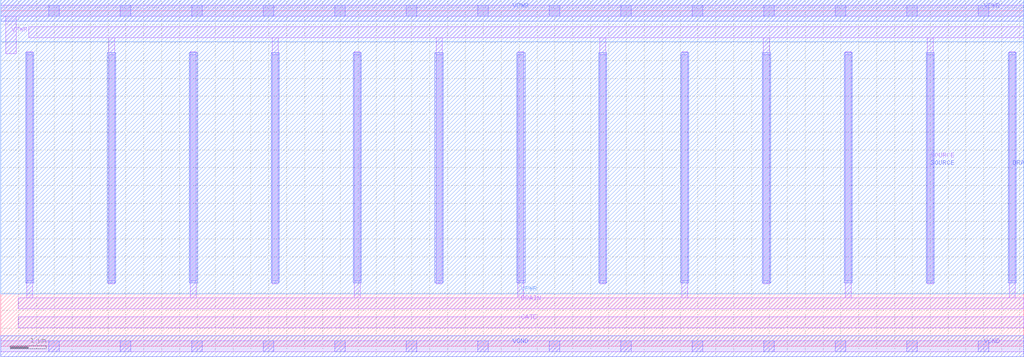
<source format=lef>
VERSION 5.7 ;
  NOWIREEXTENSIONATPIN ON ;
  DIVIDERCHAR "/" ;
  BUSBITCHARS "[]" ;
MACRO sky130_asc_pfet_01v8_lvt_12
  CLASS CORE ;
  FOREIGN sky130_asc_pfet_01v8_lvt_12 ;
  ORIGIN 0.000 0.000 ;
  SIZE 28.615 BY 9.400 ;
  SITE unitasc ;
  PIN GATE
    DIRECTION INOUT ;
    USE SIGNAL ;
    ANTENNAGATEAREA 154.800003 ;
    PORT
      LAYER li1 ;
        RECT 0.490 0.520 28.610 0.820 ;
    END
  END GATE
  PIN SOURCE
    DIRECTION INOUT ;
    USE SIGNAL ;
    ANTENNADIFFAREA 11.223000 ;
    PORT
      LAYER li1 ;
        RECT 0.790 8.650 28.610 8.950 ;
        RECT 3.015 1.755 3.185 8.650 ;
        RECT 7.595 1.755 7.765 8.650 ;
        RECT 12.175 1.755 12.345 8.650 ;
        RECT 16.755 1.755 16.925 8.650 ;
        RECT 21.335 1.755 21.505 8.650 ;
        RECT 25.915 1.755 26.085 8.650 ;
      LAYER mcon ;
        RECT 3.015 1.835 3.185 8.165 ;
        RECT 7.595 1.835 7.765 8.165 ;
        RECT 12.175 1.835 12.345 8.165 ;
        RECT 16.755 1.835 16.925 8.165 ;
        RECT 21.335 1.835 21.505 8.165 ;
        RECT 25.915 1.835 26.085 8.165 ;
      LAYER met1 ;
        RECT 2.985 1.775 3.215 8.225 ;
        RECT 7.565 1.775 7.795 8.225 ;
        RECT 12.145 1.775 12.375 8.225 ;
        RECT 16.725 1.775 16.955 8.225 ;
        RECT 21.305 1.775 21.535 8.225 ;
        RECT 25.885 1.775 26.115 8.225 ;
    END
  END SOURCE
  PIN DRAIN
    DIRECTION INOUT ;
    USE SIGNAL ;
    ANTENNADIFFAREA 13.093500 ;
    PORT
      LAYER li1 ;
        RECT 0.725 1.350 0.895 8.245 ;
        RECT 5.305 1.350 5.475 8.245 ;
        RECT 9.885 1.350 10.055 8.245 ;
        RECT 14.465 1.350 14.635 8.245 ;
        RECT 19.045 1.350 19.215 8.245 ;
        RECT 23.625 1.350 23.795 8.245 ;
        RECT 28.205 1.350 28.375 8.245 ;
        RECT 0.490 1.050 28.610 1.350 ;
      LAYER mcon ;
        RECT 0.725 1.835 0.895 8.165 ;
        RECT 5.305 1.835 5.475 8.165 ;
        RECT 9.885 1.835 10.055 8.165 ;
        RECT 14.465 1.835 14.635 8.165 ;
        RECT 19.045 1.835 19.215 8.165 ;
        RECT 23.625 1.835 23.795 8.165 ;
        RECT 28.205 1.835 28.375 8.165 ;
      LAYER met1 ;
        RECT 0.695 1.775 0.925 8.225 ;
        RECT 5.275 1.775 5.505 8.225 ;
        RECT 9.855 1.775 10.085 8.225 ;
        RECT 14.435 1.775 14.665 8.225 ;
        RECT 19.015 1.775 19.245 8.225 ;
        RECT 23.595 1.775 23.825 8.225 ;
        RECT 28.175 1.775 28.405 8.225 ;
    END
  END DRAIN
  PIN VPWR
    DIRECTION INOUT ;
    USE POWER ;
    PORT
      LAYER nwell ;
        RECT 0.000 8.535 28.610 9.700 ;
        RECT 0.000 1.470 28.615 8.535 ;
        RECT 0.485 1.465 28.615 1.470 ;
      LAYER li1 ;
        RECT 0.000 9.250 28.610 9.550 ;
        RECT 0.140 8.200 0.440 9.250 ;
      LAYER mcon ;
        RECT 1.340 9.250 1.640 9.550 ;
        RECT 3.340 9.250 3.640 9.550 ;
        RECT 5.340 9.250 5.640 9.550 ;
        RECT 7.340 9.250 7.640 9.550 ;
        RECT 9.340 9.250 9.640 9.550 ;
        RECT 11.340 9.250 11.640 9.550 ;
        RECT 13.340 9.250 13.640 9.550 ;
        RECT 15.340 9.250 15.640 9.550 ;
        RECT 17.340 9.250 17.640 9.550 ;
        RECT 19.340 9.250 19.640 9.550 ;
        RECT 21.340 9.250 21.640 9.550 ;
        RECT 23.340 9.250 23.640 9.550 ;
        RECT 25.340 9.250 25.640 9.550 ;
        RECT 27.340 9.250 27.640 9.550 ;
      LAYER met1 ;
        RECT 0.000 9.100 28.610 9.700 ;
    END
  END VPWR
  PIN VGND
    DIRECTION INOUT ;
    USE GROUND ;
    PORT
      LAYER li1 ;
        RECT 0.000 -0.150 28.610 0.150 ;
      LAYER mcon ;
        RECT 1.340 -0.150 1.640 0.150 ;
        RECT 3.340 -0.150 3.640 0.150 ;
        RECT 5.340 -0.150 5.640 0.150 ;
        RECT 7.340 -0.150 7.640 0.150 ;
        RECT 9.340 -0.150 9.640 0.150 ;
        RECT 11.340 -0.150 11.640 0.150 ;
        RECT 13.340 -0.150 13.640 0.150 ;
        RECT 15.340 -0.150 15.640 0.150 ;
        RECT 17.340 -0.150 17.640 0.150 ;
        RECT 19.340 -0.150 19.640 0.150 ;
        RECT 21.340 -0.150 21.640 0.150 ;
        RECT 23.340 -0.150 23.640 0.150 ;
        RECT 25.340 -0.150 25.640 0.150 ;
        RECT 27.340 -0.150 27.640 0.150 ;
      LAYER met1 ;
        RECT 0.000 -0.300 28.610 0.300 ;
    END
  END VGND
END sky130_asc_pfet_01v8_lvt_12
END LIBRARY


</source>
